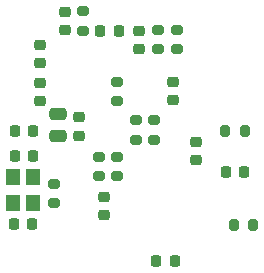
<source format=gbr>
%TF.GenerationSoftware,KiCad,Pcbnew,(6.0.0)*%
%TF.CreationDate,2022-05-23T22:47:49+07:00*%
%TF.ProjectId,MINI-FC,4d494e49-2d46-4432-9e6b-696361645f70,rev?*%
%TF.SameCoordinates,Original*%
%TF.FileFunction,Paste,Bot*%
%TF.FilePolarity,Positive*%
%FSLAX46Y46*%
G04 Gerber Fmt 4.6, Leading zero omitted, Abs format (unit mm)*
G04 Created by KiCad (PCBNEW (6.0.0)) date 2022-05-23 22:47:49*
%MOMM*%
%LPD*%
G01*
G04 APERTURE LIST*
G04 Aperture macros list*
%AMRoundRect*
0 Rectangle with rounded corners*
0 $1 Rounding radius*
0 $2 $3 $4 $5 $6 $7 $8 $9 X,Y pos of 4 corners*
0 Add a 4 corners polygon primitive as box body*
4,1,4,$2,$3,$4,$5,$6,$7,$8,$9,$2,$3,0*
0 Add four circle primitives for the rounded corners*
1,1,$1+$1,$2,$3*
1,1,$1+$1,$4,$5*
1,1,$1+$1,$6,$7*
1,1,$1+$1,$8,$9*
0 Add four rect primitives between the rounded corners*
20,1,$1+$1,$2,$3,$4,$5,0*
20,1,$1+$1,$4,$5,$6,$7,0*
20,1,$1+$1,$6,$7,$8,$9,0*
20,1,$1+$1,$8,$9,$2,$3,0*%
G04 Aperture macros list end*
%ADD10RoundRect,0.225000X-0.250000X0.225000X-0.250000X-0.225000X0.250000X-0.225000X0.250000X0.225000X0*%
%ADD11RoundRect,0.200000X0.275000X-0.200000X0.275000X0.200000X-0.275000X0.200000X-0.275000X-0.200000X0*%
%ADD12RoundRect,0.200000X-0.200000X-0.275000X0.200000X-0.275000X0.200000X0.275000X-0.200000X0.275000X0*%
%ADD13RoundRect,0.250000X0.475000X-0.250000X0.475000X0.250000X-0.475000X0.250000X-0.475000X-0.250000X0*%
%ADD14RoundRect,0.200000X-0.275000X0.200000X-0.275000X-0.200000X0.275000X-0.200000X0.275000X0.200000X0*%
%ADD15R,1.200000X1.400000*%
%ADD16RoundRect,0.225000X0.225000X0.250000X-0.225000X0.250000X-0.225000X-0.250000X0.225000X-0.250000X0*%
%ADD17RoundRect,0.225000X0.250000X-0.225000X0.250000X0.225000X-0.250000X0.225000X-0.250000X-0.225000X0*%
%ADD18RoundRect,0.225000X-0.225000X-0.250000X0.225000X-0.250000X0.225000X0.250000X-0.225000X0.250000X0*%
G04 APERTURE END LIST*
D10*
%TO.C,C13*%
X108000000Y-71925000D03*
X108000000Y-73475000D03*
%TD*%
D11*
%TO.C,R3*%
X109125000Y-82125000D03*
X109125000Y-80475000D03*
%TD*%
D12*
%TO.C,R7*%
X123650000Y-76000000D03*
X125300000Y-76000000D03*
%TD*%
D11*
%TO.C,R9*%
X113000000Y-79850000D03*
X113000000Y-78200000D03*
%TD*%
D13*
%TO.C,C1*%
X109500000Y-76450000D03*
X109500000Y-74550000D03*
%TD*%
D14*
%TO.C,R12*%
X118000000Y-67450000D03*
X118000000Y-69100000D03*
%TD*%
D11*
%TO.C,R10*%
X114500000Y-79850000D03*
X114500000Y-78200000D03*
%TD*%
D15*
%TO.C,Y1*%
X107425000Y-79900000D03*
X107425000Y-82100000D03*
X105725000Y-82100000D03*
X105725000Y-79900000D03*
%TD*%
D14*
%TO.C,R14*%
X116100000Y-75100000D03*
X116100000Y-76750000D03*
%TD*%
D16*
%TO.C,C7*%
X107400000Y-78100000D03*
X105850000Y-78100000D03*
%TD*%
D11*
%TO.C,R11*%
X111600000Y-67525000D03*
X111600000Y-65875000D03*
%TD*%
D10*
%TO.C,C4*%
X121200000Y-76925000D03*
X121200000Y-78475000D03*
%TD*%
D17*
%TO.C,C2*%
X111300000Y-76400000D03*
X111300000Y-74850000D03*
%TD*%
D14*
%TO.C,R2*%
X114500000Y-71850000D03*
X114500000Y-73500000D03*
%TD*%
D16*
%TO.C,C3*%
X107400000Y-76000000D03*
X105850000Y-76000000D03*
%TD*%
D18*
%TO.C,C12*%
X123725000Y-79500000D03*
X125275000Y-79500000D03*
%TD*%
D12*
%TO.C,R8*%
X124375000Y-84000000D03*
X126025000Y-84000000D03*
%TD*%
D10*
%TO.C,C11*%
X110100000Y-65925000D03*
X110100000Y-67475000D03*
%TD*%
D16*
%TO.C,C5*%
X119375000Y-87000000D03*
X117825000Y-87000000D03*
%TD*%
D10*
%TO.C,C15*%
X119200000Y-71850000D03*
X119200000Y-73400000D03*
%TD*%
%TO.C,C14*%
X116400000Y-67500000D03*
X116400000Y-69050000D03*
%TD*%
D11*
%TO.C,R13*%
X119600000Y-69100000D03*
X119600000Y-67450000D03*
%TD*%
%TO.C,R15*%
X117600000Y-76750000D03*
X117600000Y-75100000D03*
%TD*%
D18*
%TO.C,C8*%
X105750000Y-83900000D03*
X107300000Y-83900000D03*
%TD*%
D17*
%TO.C,C6*%
X113400000Y-83100000D03*
X113400000Y-81550000D03*
%TD*%
%TO.C,C10*%
X108000000Y-70250000D03*
X108000000Y-68700000D03*
%TD*%
D16*
%TO.C,C9*%
X114650000Y-67500000D03*
X113100000Y-67500000D03*
%TD*%
M02*

</source>
